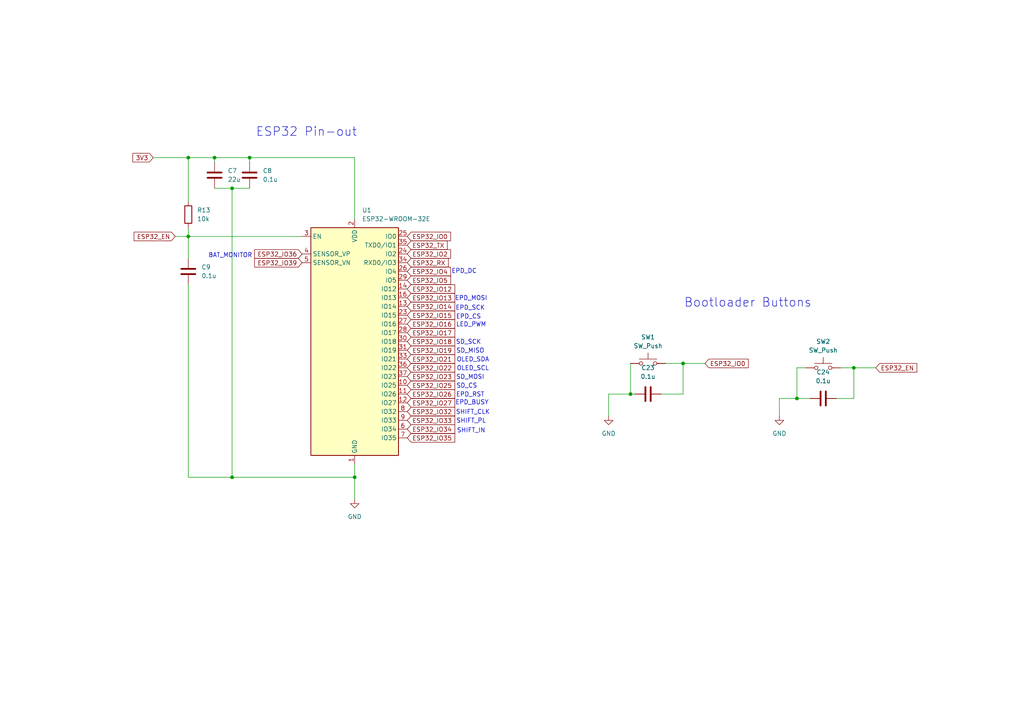
<source format=kicad_sch>
(kicad_sch (version 20250114) (generator "eeschema") (generator_version "9.0")
  (paper "A4")
  (lib_symbols
    (symbol "Device:C" (pin_numbers (hide yes)) (pin_names (offset 0.254))
      (property "Reference" "C" (at 0.635 2.54 0))
      (property "Value" "C" (at 0.635 -2.54 0))
      (symbol "C_0_1"
        (polyline (pts (xy -2.032 0.762) (xy 2.032 0.762)) (stroke (width 0.508)))
        (polyline (pts (xy -2.032 -0.762) (xy 2.032 -0.762)) (stroke (width 0.508)))
      )
      (symbol "C_1_1"
        (pin passive line (at 0 3.81 270) (length 2.794) (name "~") (number "1"))
        (pin passive line (at 0 -3.81 90) (length 2.794) (name "~") (number "2"))
      )
    )
    (symbol "Device:R" (pin_numbers (hide yes)) (pin_names (offset 0))
      (property "Reference" "R" (at 2.032 0 90))
      (property "Value" "R" (at 0 0 90))
      (symbol "R_0_1"
        (rectangle (start -1.016 -2.54) (end 1.016 2.54) (stroke (width 0.254)))
      )
      (symbol "R_1_1"
        (pin passive line (at 0 3.81 270) (length 1.27) (name "~") (number "1"))
        (pin passive line (at 0 -3.81 90) (length 1.27) (name "~") (number "2"))
      )
    )
    (symbol "RF_Module:ESP32-WROOM-32E"
      (property "Reference" "U" (at -12.7 34.29 0))
      (property "Value" "ESP32-WROOM-32E" (at 1.27 34.29 0))
      (symbol "ESP32-WROOM-32E_0_1"
        (rectangle (start -12.7 33.02) (end 12.7 -33.02) (stroke (width 0.254)) (fill (type background)))
      )
      (symbol "ESP32-WROOM-32E_1_1"
        (pin input line (at -15.24 30.48 0) (length 2.54) (name "EN") (number "3"))
        (pin input line (at -15.24 25.4 0) (length 2.54) (name "SENSOR_VP") (number "4"))
        (pin input line (at -15.24 22.86 0) (length 2.54) (name "SENSOR_VN") (number "5"))
        (pin no_connect line (at -12.7 0 0) (length 2.54) (hide yes) (name "NC") (number "21"))
        (pin no_connect line (at -12.7 -2.54 0) (length 2.54) (hide yes) (name "NC") (number "22"))
        (pin no_connect line (at -12.7 -5.08 0) (length 2.54) (hide yes) (name "NC") (number "17"))
        (pin no_connect line (at -12.7 -7.62 0) (length 2.54) (hide yes) (name "NC") (number "18"))
        (pin no_connect line (at -12.7 -10.16 0) (length 2.54) (hide yes) (name "NC") (number "20"))
        (pin no_connect line (at -12.7 -12.7 0) (length 2.54) (hide yes) (name "NC") (number "19"))
        (pin no_connect line (at -12.7 -27.94 0) (length 2.54) (hide yes) (name "NC") (number "32"))
        (pin power_in line (at 0 35.56 270) (length 2.54) (name "VDD") (number "2"))
        (pin power_in line (at 0 -35.56 90) (length 2.54) (name "GND") (number "1"))
        (pin passive line (at 0 -35.56 90) (length 2.54) (hide yes) (name "GND") (number "15"))
        (pin passive line (at 0 -35.56 90) (length 2.54) (hide yes) (name "GND") (number "38"))
        (pin passive line (at 0 -35.56 90) (length 2.54) (hide yes) (name "GND") (number "39"))
        (pin bidirectional line (at 15.24 30.48 180) (length 2.54) (name "IO0") (number "25"))
        (pin bidirectional line (at 15.24 27.94 180) (length 2.54) (name "TXD0/IO1") (number "35"))
        (pin bidirectional line (at 15.24 25.4 180) (length 2.54) (name "IO2") (number "24"))
        (pin bidirectional line (at 15.24 22.86 180) (length 2.54) (name "RXD0/IO3") (number "34"))
        (pin bidirectional line (at 15.24 20.32 180) (length 2.54) (name "IO4") (number "26"))
        (pin bidirectional line (at 15.24 17.78 180) (length 2.54) (name "IO5") (number "29"))
        (pin bidirectional line (at 15.24 15.24 180) (length 2.54) (name "IO12") (number "14"))
        (pin bidirectional line (at 15.24 12.7 180) (length 2.54) (name "IO13") (number "16"))
        (pin bidirectional line (at 15.24 10.16 180) (length 2.54) (name "IO14") (number "13"))
        (pin bidirectional line (at 15.24 7.62 180) (length 2.54) (name "IO15") (number "23"))
        (pin bidirectional line (at 15.24 5.08 180) (length 2.54) (name "IO16") (number "27"))
        (pin bidirectional line (at 15.24 2.54 180) (length 2.54) (name "IO17") (number "28"))
        (pin bidirectional line (at 15.24 0 180) (length 2.54) (name "IO18") (number "30"))
        (pin bidirectional line (at 15.24 -2.54 180) (length 2.54) (name "IO19") (number "31"))
        (pin bidirectional line (at 15.24 -5.08 180) (length 2.54) (name "IO21") (number "33"))
        (pin bidirectional line (at 15.24 -7.62 180) (length 2.54) (name "IO22") (number "36"))
        (pin bidirectional line (at 15.24 -10.16 180) (length 2.54) (name "IO23") (number "37"))
        (pin bidirectional line (at 15.24 -12.7 180) (length 2.54) (name "IO25") (number "10"))
        (pin bidirectional line (at 15.24 -15.24 180) (length 2.54) (name "IO26") (number "11"))
        (pin bidirectional line (at 15.24 -17.78 180) (length 2.54) (name "IO27") (number "12"))
        (pin bidirectional line (at 15.24 -20.32 180) (length 2.54) (name "IO32") (number "8"))
        (pin bidirectional line (at 15.24 -22.86 180) (length 2.54) (name "IO33") (number "9"))
        (pin input line (at 15.24 -25.4 180) (length 2.54) (name "IO34") (number "6"))
        (pin input line (at 15.24 -27.94 180) (length 2.54) (name "IO35") (number "7"))
      )
    )
    (symbol "Switch:SW_Push" (pin_numbers (hide yes)) (pin_names (offset 1.016) (hide yes))
      (property "Reference" "SW" (at 1.27 2.54 0))
      (property "Value" "SW_Push" (at 0 -1.524 0))
      (symbol "SW_Push_0_1"
        (circle (center -2.032 0) (radius 0.508))
        (polyline (pts (xy 0 1.27) (xy 0 3.048)))
        (circle (center 2.032 0) (radius 0.508))
        (polyline (pts (xy 2.54 1.27) (xy -2.54 1.27)))
        (pin passive line (at -5.08 0 0) (length 2.54) (name "1") (number "1"))
        (pin passive line (at 5.08 0 180) (length 2.54) (name "2") (number "2"))
      )
    )
    (symbol "power:GND" (power) (pin_numbers (hide yes)) (pin_names (offset 0) (hide yes))
      (property "Value" "GND" (at 0 -3.81 0))
      (symbol "GND_0_1"
        (polyline (pts (xy 0 0) (xy 0 -1.27) (xy 1.27 -1.27) (xy 0 -2.54) (xy -1.27 -1.27) (xy 0 -1.27)))
      )
      (symbol "GND_1_1"
        (pin power_in line (at 0 0 270) (length 0) (name "~") (number "1"))
      )
    )
  )
  (text "ESP32 Pin-out" (at 88.9 38.354 0) (effects (font (size 2.54 2.54))))
  (text "EPD_RST" (at 136.398 114.554 0) (effects (font (size 1.27 1.27))))
  (text "EPD_MOSI" (at 136.652 86.614 0) (effects (font (size 1.27 1.27))))
  (text "LED_PWM" (at 136.652 94.234 0) (effects (font (size 1.27 1.27))))
  (text "OLED_SDA" (at 137.16 104.394 0) (effects (font (size 1.27 1.27))))
  (text "SD_MOSI" (at 136.398 109.474 0) (effects (font (size 1.27 1.27))))
  (text "Bootloader Buttons\n" (at 216.916 87.884 0) (effects (font (size 2.54 2.54))))
  (text "SHIFT_IN" (at 136.652 124.968 0) (effects (font (size 1.27 1.27))))
  (text "EPD_DC" (at 134.62 78.74 0) (effects (font (size 1.27 1.27))))
  (text "EPD_SCK" (at 136.398 89.408 0) (effects (font (size 1.27 1.27))))
  (text "SD_SCK" (at 135.89 99.314 0) (effects (font (size 1.27 1.27))))
  (text "SD_MISO" (at 136.398 101.854 0) (effects (font (size 1.27 1.27))))
  (text "EPD_BUSY" (at 136.906 116.84 0) (effects (font (size 1.27 1.27))))
  (text "EPD_CS" (at 135.89 91.948 0) (effects (font (size 1.27 1.27))))
  (text "SD_CS" (at 135.382 112.014 0) (effects (font (size 1.27 1.27))))
  (text "SHIFT_CLK" (at 137.16 119.634 0) (effects (font (size 1.27 1.27))))
  (text "SHIFT_PL" (at 136.652 122.174 0) (effects (font (size 1.27 1.27))))
  (text "OLED_SCL" (at 137.16 106.934 0) (effects (font (size 1.27 1.27))))
  (text "BAT_MONITOR" (at 66.802 74.168 0) (effects (font (size 1.27 1.27))))
  (junction (at 62.23 45.72))
  (junction (at 54.61 45.72))
  (junction (at 198.12 105.41))
  (junction (at 102.87 138.43))
  (junction (at 182.88 114.3))
  (junction (at 67.31 138.43))
  (junction (at 54.61 68.58))
  (junction (at 67.31 54.61))
  (junction (at 72.39 45.72))
  (junction (at 231.14 115.57))
  (junction (at 247.65 106.68))
  (wire (pts (xy 67.31 138.43) (xy 102.87 138.43)))
  (wire (pts (xy 198.12 105.41) (xy 204.47 105.41)))
  (wire (pts (xy 226.06 115.57) (xy 231.14 115.57)))
  (wire (pts (xy 231.14 106.68) (xy 233.68 106.68)))
  (wire (pts (xy 54.61 68.58) (xy 54.61 74.93)))
  (wire (pts (xy 184.15 114.3) (xy 182.88 114.3)))
  (wire (pts (xy 247.65 115.57) (xy 247.65 106.68)))
  (wire (pts (xy 54.61 45.72) (xy 62.23 45.72)))
  (wire (pts (xy 191.77 114.3) (xy 198.12 114.3)))
  (wire (pts (xy 54.61 45.72) (xy 44.45 45.72)))
  (wire (pts (xy 67.31 138.43) (xy 67.31 54.61)))
  (wire (pts (xy 50.8 68.58) (xy 54.61 68.58)))
  (wire (pts (xy 102.87 138.43) (xy 102.87 144.78)))
  (wire (pts (xy 247.65 106.68) (xy 254 106.68)))
  (wire (pts (xy 54.61 82.55) (xy 54.61 138.43)))
  (wire (pts (xy 67.31 54.61) (xy 72.39 54.61)))
  (wire (pts (xy 231.14 106.68) (xy 231.14 115.57)))
  (wire (pts (xy 54.61 66.04) (xy 54.61 68.58)))
  (wire (pts (xy 243.84 106.68) (xy 247.65 106.68)))
  (wire (pts (xy 102.87 63.5) (xy 102.87 45.72)))
  (wire (pts (xy 62.23 54.61) (xy 67.31 54.61)))
  (wire (pts (xy 198.12 114.3) (xy 198.12 105.41)))
  (wire (pts (xy 54.61 58.42) (xy 54.61 45.72)))
  (wire (pts (xy 62.23 45.72) (xy 72.39 45.72)))
  (wire (pts (xy 176.53 120.65) (xy 176.53 114.3)))
  (wire (pts (xy 62.23 46.99) (xy 62.23 45.72)))
  (wire (pts (xy 72.39 45.72) (xy 102.87 45.72)))
  (wire (pts (xy 193.04 105.41) (xy 198.12 105.41)))
  (wire (pts (xy 72.39 46.99) (xy 72.39 45.72)))
  (wire (pts (xy 182.88 114.3) (xy 182.88 105.41)))
  (wire (pts (xy 231.14 115.57) (xy 234.95 115.57)))
  (wire (pts (xy 242.57 115.57) (xy 247.65 115.57)))
  (wire (pts (xy 102.87 134.62) (xy 102.87 138.43)))
  (wire (pts (xy 54.61 68.58) (xy 87.63 68.58)))
  (wire (pts (xy 54.61 138.43) (xy 67.31 138.43)))
  (wire (pts (xy 176.53 114.3) (xy 182.88 114.3)))
  (wire (pts (xy 226.06 120.65) (xy 226.06 115.57)))
  (global_label "ESP32_TX" (shape input) (at 118.11 71.12 0) (property "Intersheetrefs" "${INTERSHEET_REFS}" (effects (hide yes))))
  (global_label "ESP32_IO5" (shape input) (at 118.11 81.28 0) (property "Intersheetrefs" "${INTERSHEET_REFS}" (effects (hide yes))))
  (global_label "ESP32_IO21" (shape input) (at 118.11 104.14 0) (property "Intersheetrefs" "${INTERSHEET_REFS}" (effects (hide yes))))
  (global_label "ESP32_IO34" (shape input) (at 118.11 124.46 0) (property "Intersheetrefs" "${INTERSHEET_REFS}" (effects (hide yes))))
  (global_label "ESP32_RX" (shape input) (at 118.11 76.2 0) (property "Intersheetrefs" "${INTERSHEET_REFS}" (effects (hide yes))))
  (global_label "ESP32_EN" (shape input) (at 50.8 68.58 180) (property "Intersheetrefs" "${INTERSHEET_REFS}" (effects (hide yes))))
  (global_label "ESP32_IO36" (shape input) (at 87.63 73.66 180) (property "Intersheetrefs" "${INTERSHEET_REFS}" (effects (hide yes))))
  (global_label "ESP32_IO17" (shape input) (at 118.11 96.52 0) (property "Intersheetrefs" "${INTERSHEET_REFS}" (effects (hide yes))))
  (global_label "ESP32_IO15" (shape input) (at 118.11 91.44 0) (property "Intersheetrefs" "${INTERSHEET_REFS}" (effects (hide yes))))
  (global_label "ESP32_IO27" (shape input) (at 118.11 116.84 0) (property "Intersheetrefs" "${INTERSHEET_REFS}" (effects (hide yes))))
  (global_label "ESP32_IO25" (shape input) (at 118.11 111.76 0) (property "Intersheetrefs" "${INTERSHEET_REFS}" (effects (hide yes))))
  (global_label "ESP32_IO0" (shape input) (at 118.11 68.58 0) (property "Intersheetrefs" "${INTERSHEET_REFS}" (effects (hide yes))))
  (global_label "3V3" (shape input) (at 44.45 45.72 180) (property "Intersheetrefs" "${INTERSHEET_REFS}" (effects (hide yes))))
  (global_label "ESP32_IO19" (shape input) (at 118.11 101.6 0) (property "Intersheetrefs" "${INTERSHEET_REFS}" (effects (hide yes))))
  (global_label "ESP32_IO12" (shape input) (at 118.11 83.82 0) (property "Intersheetrefs" "${INTERSHEET_REFS}" (effects (hide yes))))
  (global_label "ESP32_IO32" (shape input) (at 118.11 119.38 0) (property "Intersheetrefs" "${INTERSHEET_REFS}" (effects (hide yes))))
  (global_label "ESP32_IO2" (shape input) (at 118.11 73.66 0) (property "Intersheetrefs" "${INTERSHEET_REFS}" (effects (hide yes))))
  (global_label "ESP32_IO13" (shape input) (at 118.11 86.36 0) (property "Intersheetrefs" "${INTERSHEET_REFS}" (effects (hide yes))))
  (global_label "ESP32_IO22" (shape input) (at 118.11 106.68 0) (property "Intersheetrefs" "${INTERSHEET_REFS}" (effects (hide yes))))
  (global_label "ESP32_IO4" (shape input) (at 118.11 78.74 0) (property "Intersheetrefs" "${INTERSHEET_REFS}" (effects (hide yes))))
  (global_label "ESP32_IO16" (shape input) (at 118.11 93.98 0) (property "Intersheetrefs" "${INTERSHEET_REFS}" (effects (hide yes))))
  (global_label "ESP32_IO23" (shape input) (at 118.11 109.22 0) (property "Intersheetrefs" "${INTERSHEET_REFS}" (effects (hide yes))))
  (global_label "ESP32_IO14" (shape input) (at 118.11 88.9 0) (property "Intersheetrefs" "${INTERSHEET_REFS}" (effects (hide yes))))
  (global_label "ESP32_IO39" (shape input) (at 87.63 76.2 180) (property "Intersheetrefs" "${INTERSHEET_REFS}" (effects (hide yes))))
  (global_label "ESP32_IO33" (shape input) (at 118.11 121.92 0) (property "Intersheetrefs" "${INTERSHEET_REFS}" (effects (hide yes))))
  (global_label "ESP32_EN" (shape input) (at 254 106.68 0) (property "Intersheetrefs" "${INTERSHEET_REFS}" (effects (hide yes))))
  (global_label "ESP32_IO0" (shape input) (at 204.47 105.41 0) (property "Intersheetrefs" "${INTERSHEET_REFS}" (effects (hide yes))))
  (global_label "ESP32_IO26" (shape input) (at 118.11 114.3 0) (property "Intersheetrefs" "${INTERSHEET_REFS}" (effects (hide yes))))
  (global_label "ESP32_IO35" (shape input) (at 118.11 127 0) (property "Intersheetrefs" "${INTERSHEET_REFS}" (effects (hide yes))))
  (global_label "ESP32_IO18" (shape input) (at 118.11 99.06 0) (property "Intersheetrefs" "${INTERSHEET_REFS}" (effects (hide yes))))
  (symbol (lib_id "Switch:SW_Push") (at 187.96 105.41 0) (unit 1)
    (property "Reference" "SW1" (at 187.96 97.79 0))
    (property "Value" "SW_Push" (at 187.96 100.33 0))
    (property "Footprint" "Button_Switch_THT:SW_PUSH_6mm" (effects (hide yes)))
    (property "Description" "Push button switch, generic, two pins" (effects (hide yes)))
  )
  (symbol (lib_id "Device:C") (at 62.23 50.8 0) (unit 1)
    (property "Reference" "C7" (at 66.04 49.5299 0) (effects (justify left)))
    (property "Value" "22u" (at 66.04 52.0699 0) (effects (justify left)))
    (property "Footprint" "Capacitor_SMD:C_0805_2012Metric_Pad1.18x1.45mm_HandSolder" (effects (hide yes)))
    (property "Description" "Unpolarized capacitor" (effects (hide yes)))
  )
  (symbol (lib_id "Device:C") (at 187.96 114.3 90) (unit 1)
    (property "Reference" "C23" (at 187.96 106.68 90))
    (property "Value" "0.1u" (at 187.96 109.22 90))
    (property "Footprint" "Capacitor_SMD:C_0805_2012Metric_Pad1.18x1.45mm_HandSolder" (effects (hide yes)))
    (property "Description" "Unpolarized capacitor" (effects (hide yes)))
  )
  (symbol (lib_id "Switch:SW_Push") (at 238.76 106.68 0) (unit 1)
    (property "Reference" "SW2" (at 238.76 99.06 0))
    (property "Value" "SW_Push" (at 238.76 101.6 0))
    (property "Footprint" "Button_Switch_THT:SW_PUSH_6mm" (effects (hide yes)))
    (property "Description" "Push button switch, generic, two pins" (effects (hide yes)))
  )
  (symbol (lib_id "power:GND") (at 226.06 120.65 0) (unit 1)
    (property "Reference" "#PWR010" (effects (hide yes)))
    (property "Value" "GND" (at 226.06 125.73 0))
    (property "Description" "Power symbol creates a global label with name \"GND\" , ground" (effects (hide yes)))
  )
  (symbol (lib_id "Device:C") (at 54.61 78.74 0) (unit 1)
    (property "Reference" "C9" (at 58.42 77.4699 0) (effects (justify left)))
    (property "Value" "0.1u" (at 58.42 80.0099 0) (effects (justify left)))
    (property "Footprint" "Capacitor_SMD:C_0805_2012Metric_Pad1.18x1.45mm_HandSolder" (effects (hide yes)))
    (property "Description" "Unpolarized capacitor" (effects (hide yes)))
  )
  (symbol (lib_id "power:GND") (at 102.87 144.78 0) (unit 1)
    (property "Reference" "#PWR02" (effects (hide yes)))
    (property "Value" "GND" (at 102.87 149.86 0))
    (property "Description" "Power symbol creates a global label with name \"GND\" , ground" (effects (hide yes)))
  )
  (symbol (lib_id "RF_Module:ESP32-WROOM-32E") (at 102.87 99.06 0) (unit 1)
    (property "Reference" "U1" (at 105.0133 60.96 0) (effects (justify left)))
    (property "Value" "ESP32-WROOM-32E" (at 105.0133 63.5 0) (effects (justify left)))
    (property "Footprint" "RF_Module:ESP32-WROOM-32D" (effects (hide yes)))
    (property "Datasheet" "https://www.espressif.com/sites/default/files/documentation/esp32-wroom-32e_esp32-wroom-32ue_datasheet_en.pdf" (effects (hide yes)))
    (property "Description" "RF Module, ESP32-D0WD-V3 SoC, without PSRAM, Wi-Fi 802.11b/g/n, Bluetooth, BLE, 32-bit, 2.7-3.6V, onboard antenna, SMD" (effects (hide yes)))
  )
  (symbol (lib_id "power:GND") (at 176.53 120.65 0) (unit 1)
    (property "Reference" "#PWR09" (effects (hide yes)))
    (property "Value" "GND" (at 176.53 125.73 0))
    (property "Description" "Power symbol creates a global label with name \"GND\" , ground" (effects (hide yes)))
  )
  (symbol (lib_id "Device:C") (at 238.76 115.57 90) (unit 1)
    (property "Reference" "C24" (at 238.76 107.95 90))
    (property "Value" "0.1u" (at 238.76 110.49 90))
    (property "Footprint" "Capacitor_SMD:C_0805_2012Metric_Pad1.18x1.45mm_HandSolder" (effects (hide yes)))
    (property "Description" "Unpolarized capacitor" (effects (hide yes)))
  )
  (symbol (lib_id "Device:R") (at 54.61 62.23 0) (unit 1)
    (property "Reference" "R13" (at 57.15 60.9599 0) (effects (justify left)))
    (property "Value" "10k" (at 57.15 63.4999 0) (effects (justify left)))
    (property "Footprint" "Resistor_SMD:R_0805_2012Metric_Pad1.20x1.40mm_HandSolder" (effects (hide yes)))
    (property "Description" "Resistor" (effects (hide yes)))
  )
  (symbol (lib_id "Device:C") (at 72.39 50.8 0) (unit 1)
    (property "Reference" "C8" (at 76.2 49.5299 0) (effects (justify left)))
    (property "Value" "0.1u" (at 76.2 52.0699 0) (effects (justify left)))
    (property "Footprint" "Capacitor_SMD:C_0805_2012Metric_Pad1.18x1.45mm_HandSolder" (effects (hide yes)))
    (property "Description" "Unpolarized capacitor" (effects (hide yes)))
  )
)
</source>
